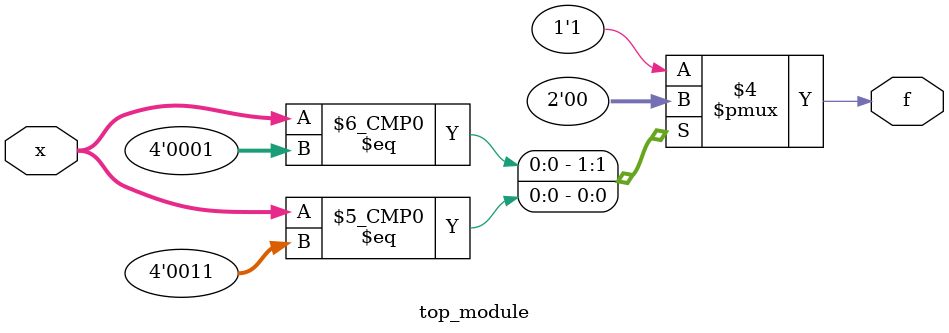
<source format=sv>
module top_module (
	input [4:1] x,
	output logic f
);

    always_comb begin
        case(x)
            4'b0000: f = 1;
            4'b0001: f = 0;
            4'b0011: f = 0;
            4'b0110: f = 1;
            default: f = 1;
        endcase
    end

endmodule

</source>
